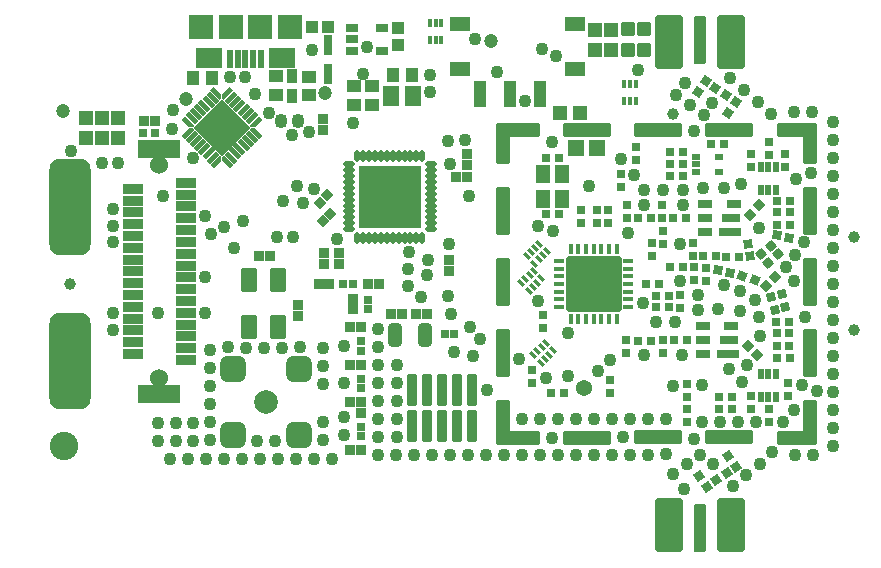
<source format=gts>
G04 Layer_Color=8388736*
%FSLAX25Y25*%
%MOIN*%
G70*
G01*
G75*
%ADD91C,0.03937*%
G04:AMPARAMS|DCode=130|XSize=16.54mil|YSize=44.09mil|CornerRadius=0mil|HoleSize=0mil|Usage=FLASHONLY|Rotation=225.000|XOffset=0mil|YOffset=0mil|HoleType=Round|Shape=Rectangle|*
%AMROTATEDRECTD130*
4,1,4,-0.00974,0.02144,0.02144,-0.00974,0.00974,-0.02144,-0.02144,0.00974,-0.00974,0.02144,0.0*
%
%ADD130ROTATEDRECTD130*%

G04:AMPARAMS|DCode=131|XSize=16.54mil|YSize=44.09mil|CornerRadius=0mil|HoleSize=0mil|Usage=FLASHONLY|Rotation=135.000|XOffset=0mil|YOffset=0mil|HoleType=Round|Shape=Rectangle|*
%AMROTATEDRECTD131*
4,1,4,0.02144,0.00974,-0.00974,-0.02144,-0.02144,-0.00974,0.00974,0.02144,0.02144,0.00974,0.0*
%
%ADD131ROTATEDRECTD131*%

%ADD132P,0.19042X4X180.0*%
%ADD133R,0.04737X0.05131*%
%ADD134R,0.14186X0.05918*%
%ADD135R,0.06706X0.03556*%
%ADD136R,0.02953X0.02953*%
%ADD137R,0.02953X0.02953*%
%ADD138R,0.03241X0.03241*%
%ADD139P,0.04176X4X350.0*%
%ADD140P,0.04176X4X385.0*%
%ADD141P,0.04176X4X215.0*%
%ADD142P,0.04176X4X180.0*%
%ADD143P,0.04176X4X320.0*%
%ADD144P,0.04176X4X273.0*%
%ADD145P,0.04176X4X85.0*%
%ADD146P,0.04176X4X190.0*%
%ADD147P,0.04176X4X100.0*%
%ADD148R,0.03162X0.02769*%
%ADD149P,0.04583X4X180.0*%
%ADD150R,0.04343X0.04737*%
%ADD151R,0.05328X0.06509*%
%ADD152R,0.04343X0.03950*%
%ADD153R,0.03950X0.04343*%
%ADD154R,0.08280X0.08280*%
%ADD155R,0.07887X0.08280*%
%ADD156R,0.09068X0.07099*%
%ADD157R,0.02375X0.06115*%
%ADD158R,0.03241X0.03241*%
G04:AMPARAMS|DCode=159|XSize=47.37mil|YSize=78.87mil|CornerRadius=13.84mil|HoleSize=0mil|Usage=FLASHONLY|Rotation=180.000|XOffset=0mil|YOffset=0mil|HoleType=Round|Shape=RoundedRectangle|*
%AMROUNDEDRECTD159*
21,1,0.04737,0.05118,0,0,180.0*
21,1,0.01969,0.07887,0,0,180.0*
1,1,0.02769,-0.00984,0.02559*
1,1,0.02769,0.00984,0.02559*
1,1,0.02769,0.00984,-0.02559*
1,1,0.02769,-0.00984,-0.02559*
%
%ADD159ROUNDEDRECTD159*%
G04:AMPARAMS|DCode=160|XSize=13.78mil|YSize=23.62mil|CornerRadius=0mil|HoleSize=0mil|Usage=FLASHONLY|Rotation=45.000|XOffset=0mil|YOffset=0mil|HoleType=Round|Shape=Rectangle|*
%AMROTATEDRECTD160*
4,1,4,0.00348,-0.01322,-0.01322,0.00348,-0.00348,0.01322,0.01322,-0.00348,0.00348,-0.01322,0.0*
%
%ADD160ROTATEDRECTD160*%

%ADD161R,0.04724X0.06299*%
%ADD162P,0.04176X4X150.0*%
%ADD163R,0.01969X0.03740*%
G04:AMPARAMS|DCode=164|XSize=47.24mil|YSize=29.53mil|CornerRadius=2.61mil|HoleSize=0mil|Usage=FLASHONLY|Rotation=180.000|XOffset=0mil|YOffset=0mil|HoleType=Round|Shape=RoundedRectangle|*
%AMROUNDEDRECTD164*
21,1,0.04724,0.02431,0,0,180.0*
21,1,0.04203,0.02953,0,0,180.0*
1,1,0.00522,-0.02101,0.01216*
1,1,0.00522,0.02101,0.01216*
1,1,0.00522,0.02101,-0.01216*
1,1,0.00522,-0.02101,-0.01216*
%
%ADD164ROUNDEDRECTD164*%
G04:AMPARAMS|DCode=165|XSize=62.99mil|YSize=29.53mil|CornerRadius=2.61mil|HoleSize=0mil|Usage=FLASHONLY|Rotation=180.000|XOffset=0mil|YOffset=0mil|HoleType=Round|Shape=RoundedRectangle|*
%AMROUNDEDRECTD165*
21,1,0.06299,0.02431,0,0,180.0*
21,1,0.05778,0.02953,0,0,180.0*
1,1,0.00522,-0.02889,0.01216*
1,1,0.00522,0.02889,0.01216*
1,1,0.00522,0.02889,-0.01216*
1,1,0.00522,-0.02889,-0.01216*
%
%ADD165ROUNDEDRECTD165*%
G04:AMPARAMS|DCode=166|XSize=70.87mil|YSize=29.53mil|CornerRadius=2.61mil|HoleSize=0mil|Usage=FLASHONLY|Rotation=180.000|XOffset=0mil|YOffset=0mil|HoleType=Round|Shape=RoundedRectangle|*
%AMROUNDEDRECTD166*
21,1,0.07087,0.02431,0,0,180.0*
21,1,0.06565,0.02953,0,0,180.0*
1,1,0.00522,-0.03283,0.01216*
1,1,0.00522,0.03283,0.01216*
1,1,0.00522,0.03283,-0.01216*
1,1,0.00522,-0.03283,-0.01216*
%
%ADD166ROUNDEDRECTD166*%
G04:AMPARAMS|DCode=167|XSize=39.37mil|YSize=161.42mil|CornerRadius=3.74mil|HoleSize=0mil|Usage=FLASHONLY|Rotation=180.000|XOffset=0mil|YOffset=0mil|HoleType=Round|Shape=RoundedRectangle|*
%AMROUNDEDRECTD167*
21,1,0.03937,0.15394,0,0,180.0*
21,1,0.03189,0.16142,0,0,180.0*
1,1,0.00748,-0.01595,0.07697*
1,1,0.00748,0.01595,0.07697*
1,1,0.00748,0.01595,-0.07697*
1,1,0.00748,-0.01595,-0.07697*
%
%ADD167ROUNDEDRECTD167*%
%ADD168P,0.04176X4X270.0*%
%ADD169R,0.05512X0.05512*%
G04:AMPARAMS|DCode=170|XSize=29.26mil|YSize=29.65mil|CornerRadius=9.32mil|HoleSize=0mil|Usage=FLASHONLY|Rotation=180.000|XOffset=0mil|YOffset=0mil|HoleType=Round|Shape=RoundedRectangle|*
%AMROUNDEDRECTD170*
21,1,0.02926,0.01102,0,0,180.0*
21,1,0.01063,0.02965,0,0,180.0*
1,1,0.01863,-0.00532,0.00551*
1,1,0.01863,0.00532,0.00551*
1,1,0.01863,0.00532,-0.00551*
1,1,0.01863,-0.00532,-0.00551*
%
%ADD170ROUNDEDRECTD170*%
G04:AMPARAMS|DCode=171|XSize=29.26mil|YSize=29.65mil|CornerRadius=9.32mil|HoleSize=0mil|Usage=FLASHONLY|Rotation=180.000|XOffset=0mil|YOffset=0mil|HoleType=Round|Shape=RoundedRectangle|*
%AMROUNDEDRECTD171*
21,1,0.02926,0.01102,0,0,180.0*
21,1,0.01063,0.02965,0,0,180.0*
1,1,0.01863,-0.00532,0.00551*
1,1,0.01863,0.00532,0.00551*
1,1,0.01863,0.00532,-0.00551*
1,1,0.01863,-0.00532,-0.00551*
%
%ADD171ROUNDEDRECTD171*%
G04:AMPARAMS|DCode=172|XSize=29.26mil|YSize=29.65mil|CornerRadius=9.32mil|HoleSize=0mil|Usage=FLASHONLY|Rotation=90.000|XOffset=0mil|YOffset=0mil|HoleType=Round|Shape=RoundedRectangle|*
%AMROUNDEDRECTD172*
21,1,0.02926,0.01102,0,0,90.0*
21,1,0.01063,0.02965,0,0,90.0*
1,1,0.01863,0.00551,0.00532*
1,1,0.01863,0.00551,-0.00532*
1,1,0.01863,-0.00551,-0.00532*
1,1,0.01863,-0.00551,0.00532*
%
%ADD172ROUNDEDRECTD172*%
G04:AMPARAMS|DCode=173|XSize=29.26mil|YSize=29.65mil|CornerRadius=9.32mil|HoleSize=0mil|Usage=FLASHONLY|Rotation=90.000|XOffset=0mil|YOffset=0mil|HoleType=Round|Shape=RoundedRectangle|*
%AMROUNDEDRECTD173*
21,1,0.02926,0.01102,0,0,90.0*
21,1,0.01063,0.02965,0,0,90.0*
1,1,0.01863,0.00551,0.00532*
1,1,0.01863,0.00551,-0.00532*
1,1,0.01863,-0.00551,-0.00532*
1,1,0.01863,-0.00551,0.00532*
%
%ADD173ROUNDEDRECTD173*%
G04:AMPARAMS|DCode=174|XSize=78.87mil|YSize=55.24mil|CornerRadius=6.36mil|HoleSize=0mil|Usage=FLASHONLY|Rotation=90.000|XOffset=0mil|YOffset=0mil|HoleType=Round|Shape=RoundedRectangle|*
%AMROUNDEDRECTD174*
21,1,0.07887,0.04252,0,0,90.0*
21,1,0.06614,0.05524,0,0,90.0*
1,1,0.01272,0.02126,0.03307*
1,1,0.01272,0.02126,-0.03307*
1,1,0.01272,-0.02126,-0.03307*
1,1,0.01272,-0.02126,0.03307*
%
%ADD174ROUNDEDRECTD174*%
G04:AMPARAMS|DCode=175|XSize=33.59mil|YSize=106.42mil|CornerRadius=5.28mil|HoleSize=0mil|Usage=FLASHONLY|Rotation=0.000|XOffset=0mil|YOffset=0mil|HoleType=Round|Shape=RoundedRectangle|*
%AMROUNDEDRECTD175*
21,1,0.03359,0.09587,0,0,0.0*
21,1,0.02303,0.10642,0,0,0.0*
1,1,0.01056,0.01152,-0.04793*
1,1,0.01056,-0.01152,-0.04793*
1,1,0.01056,-0.01152,0.04793*
1,1,0.01056,0.01152,0.04793*
%
%ADD175ROUNDEDRECTD175*%
%ADD176R,0.03556X0.04540*%
%ADD177R,0.04737X0.04343*%
%ADD178C,0.05394*%
G04:AMPARAMS|DCode=179|XSize=37.61mil|YSize=43.43mil|CornerRadius=11.4mil|HoleSize=0mil|Usage=FLASHONLY|Rotation=180.000|XOffset=0mil|YOffset=0mil|HoleType=Round|Shape=RoundedRectangle|*
%AMROUNDEDRECTD179*
21,1,0.03761,0.02063,0,0,180.0*
21,1,0.01480,0.04343,0,0,180.0*
1,1,0.02280,-0.00740,0.01032*
1,1,0.02280,0.00740,0.01032*
1,1,0.02280,0.00740,-0.01032*
1,1,0.02280,-0.00740,-0.01032*
%
%ADD179ROUNDEDRECTD179*%
G04:AMPARAMS|DCode=180|XSize=37.61mil|YSize=43.43mil|CornerRadius=11.4mil|HoleSize=0mil|Usage=FLASHONLY|Rotation=180.000|XOffset=0mil|YOffset=0mil|HoleType=Round|Shape=RoundedRectangle|*
%AMROUNDEDRECTD180*
21,1,0.03761,0.02063,0,0,180.0*
21,1,0.01480,0.04343,0,0,180.0*
1,1,0.02280,-0.00740,0.01032*
1,1,0.02280,0.00740,0.01032*
1,1,0.02280,0.00740,-0.01032*
1,1,0.02280,-0.00740,-0.01032*
%
%ADD180ROUNDEDRECTD180*%
G04:AMPARAMS|DCode=181|XSize=47.37mil|YSize=47.37mil|CornerRadius=9.91mil|HoleSize=0mil|Usage=FLASHONLY|Rotation=180.000|XOffset=0mil|YOffset=0mil|HoleType=Round|Shape=RoundedRectangle|*
%AMROUNDEDRECTD181*
21,1,0.04737,0.02756,0,0,180.0*
21,1,0.02756,0.04737,0,0,180.0*
1,1,0.01981,-0.01378,0.01378*
1,1,0.01981,0.01378,0.01378*
1,1,0.01981,0.01378,-0.01378*
1,1,0.01981,-0.01378,-0.01378*
%
%ADD181ROUNDEDRECTD181*%
%ADD182P,0.04176X4X260.0*%
%ADD183O,0.01784X0.03950*%
%ADD184O,0.03950X0.01784*%
%ADD185R,0.20879X0.21076*%
G04:AMPARAMS|DCode=186|XSize=47.37mil|YSize=148.55mil|CornerRadius=4.98mil|HoleSize=0mil|Usage=FLASHONLY|Rotation=270.000|XOffset=0mil|YOffset=0mil|HoleType=Round|Shape=RoundedRectangle|*
%AMROUNDEDRECTD186*
21,1,0.04737,0.13858,0,0,270.0*
21,1,0.03740,0.14855,0,0,270.0*
1,1,0.00997,-0.06929,-0.01870*
1,1,0.00997,-0.06929,0.01870*
1,1,0.00997,0.06929,0.01870*
1,1,0.00997,0.06929,-0.01870*
%
%ADD186ROUNDEDRECTD186*%
G04:AMPARAMS|DCode=187|XSize=47.37mil|YSize=148.55mil|CornerRadius=4.98mil|HoleSize=0mil|Usage=FLASHONLY|Rotation=180.000|XOffset=0mil|YOffset=0mil|HoleType=Round|Shape=RoundedRectangle|*
%AMROUNDEDRECTD187*
21,1,0.04737,0.13858,0,0,180.0*
21,1,0.03740,0.14855,0,0,180.0*
1,1,0.00997,-0.01870,0.06929*
1,1,0.00997,0.01870,0.06929*
1,1,0.00997,0.01870,-0.06929*
1,1,0.00997,-0.01870,-0.06929*
%
%ADD187ROUNDEDRECTD187*%
G04:AMPARAMS|DCode=188|XSize=47.37mil|YSize=135.56mil|CornerRadius=4.98mil|HoleSize=0mil|Usage=FLASHONLY|Rotation=180.000|XOffset=0mil|YOffset=0mil|HoleType=Round|Shape=RoundedRectangle|*
%AMROUNDEDRECTD188*
21,1,0.04737,0.12559,0,0,180.0*
21,1,0.03740,0.13556,0,0,180.0*
1,1,0.00997,-0.01870,0.06280*
1,1,0.00997,0.01870,0.06280*
1,1,0.00997,0.01870,-0.06280*
1,1,0.00997,-0.01870,-0.06280*
%
%ADD188ROUNDEDRECTD188*%
G04:AMPARAMS|DCode=189|XSize=47.37mil|YSize=135.56mil|CornerRadius=4.98mil|HoleSize=0mil|Usage=FLASHONLY|Rotation=90.000|XOffset=0mil|YOffset=0mil|HoleType=Round|Shape=RoundedRectangle|*
%AMROUNDEDRECTD189*
21,1,0.04737,0.12559,0,0,90.0*
21,1,0.03740,0.13556,0,0,90.0*
1,1,0.00997,0.06280,0.01870*
1,1,0.00997,0.06280,-0.01870*
1,1,0.00997,-0.06280,-0.01870*
1,1,0.00997,-0.06280,0.01870*
%
%ADD189ROUNDEDRECTD189*%
G04:AMPARAMS|DCode=190|XSize=47.37mil|YSize=157.61mil|CornerRadius=4.98mil|HoleSize=0mil|Usage=FLASHONLY|Rotation=90.000|XOffset=0mil|YOffset=0mil|HoleType=Round|Shape=RoundedRectangle|*
%AMROUNDEDRECTD190*
21,1,0.04737,0.14764,0,0,90.0*
21,1,0.03740,0.15761,0,0,90.0*
1,1,0.00997,0.07382,0.01870*
1,1,0.00997,0.07382,-0.01870*
1,1,0.00997,-0.07382,-0.01870*
1,1,0.00997,-0.07382,0.01870*
%
%ADD190ROUNDEDRECTD190*%
G04:AMPARAMS|DCode=191|XSize=47.37mil|YSize=157.61mil|CornerRadius=4.98mil|HoleSize=0mil|Usage=FLASHONLY|Rotation=0.000|XOffset=0mil|YOffset=0mil|HoleType=Round|Shape=RoundedRectangle|*
%AMROUNDEDRECTD191*
21,1,0.04737,0.14764,0,0,0.0*
21,1,0.03740,0.15761,0,0,0.0*
1,1,0.00997,0.01870,-0.07382*
1,1,0.00997,-0.01870,-0.07382*
1,1,0.00997,-0.01870,0.07382*
1,1,0.00997,0.01870,0.07382*
%
%ADD191ROUNDEDRECTD191*%
G04:AMPARAMS|DCode=192|XSize=86.74mil|YSize=86.74mil|CornerRadius=22.9mil|HoleSize=0mil|Usage=FLASHONLY|Rotation=180.000|XOffset=0mil|YOffset=0mil|HoleType=Round|Shape=RoundedRectangle|*
%AMROUNDEDRECTD192*
21,1,0.08674,0.04095,0,0,180.0*
21,1,0.04095,0.08674,0,0,180.0*
1,1,0.04580,-0.02047,0.02047*
1,1,0.04580,0.02047,0.02047*
1,1,0.04580,0.02047,-0.02047*
1,1,0.04580,-0.02047,-0.02047*
%
%ADD192ROUNDEDRECTD192*%
G04:AMPARAMS|DCode=193|XSize=86.74mil|YSize=86.74mil|CornerRadius=22.9mil|HoleSize=0mil|Usage=FLASHONLY|Rotation=90.000|XOffset=0mil|YOffset=0mil|HoleType=Round|Shape=RoundedRectangle|*
%AMROUNDEDRECTD193*
21,1,0.08674,0.04095,0,0,90.0*
21,1,0.04095,0.08674,0,0,90.0*
1,1,0.04580,0.02047,0.02047*
1,1,0.04580,0.02047,-0.02047*
1,1,0.04580,-0.02047,-0.02047*
1,1,0.04580,-0.02047,0.02047*
%
%ADD193ROUNDEDRECTD193*%
G04:AMPARAMS|DCode=194|XSize=86.74mil|YSize=86.74mil|CornerRadius=22.9mil|HoleSize=0mil|Usage=FLASHONLY|Rotation=90.000|XOffset=0mil|YOffset=0mil|HoleType=Round|Shape=RoundedRectangle|*
%AMROUNDEDRECTD194*
21,1,0.08674,0.04095,0,0,90.0*
21,1,0.04095,0.08674,0,0,90.0*
1,1,0.04580,0.02047,0.02047*
1,1,0.04580,0.02047,-0.02047*
1,1,0.04580,-0.02047,-0.02047*
1,1,0.04580,-0.02047,0.02047*
%
%ADD194ROUNDEDRECTD194*%
G04:AMPARAMS|DCode=195|XSize=86.74mil|YSize=86.74mil|CornerRadius=22.9mil|HoleSize=0mil|Usage=FLASHONLY|Rotation=90.000|XOffset=0mil|YOffset=0mil|HoleType=Round|Shape=RoundedRectangle|*
%AMROUNDEDRECTD195*
21,1,0.08674,0.04095,0,0,90.0*
21,1,0.04095,0.08674,0,0,90.0*
1,1,0.04580,0.02047,0.02047*
1,1,0.04580,0.02047,-0.02047*
1,1,0.04580,-0.02047,-0.02047*
1,1,0.04580,-0.02047,0.02047*
%
%ADD195ROUNDEDRECTD195*%
%ADD196C,0.07891*%
G04:AMPARAMS|DCode=197|XSize=185.04mil|YSize=185.04mil|CornerRadius=6.5mil|HoleSize=0mil|Usage=FLASHONLY|Rotation=270.000|XOffset=0mil|YOffset=0mil|HoleType=Round|Shape=RoundedRectangle|*
%AMROUNDEDRECTD197*
21,1,0.18504,0.17205,0,0,270.0*
21,1,0.17205,0.18504,0,0,270.0*
1,1,0.01299,-0.08602,-0.08602*
1,1,0.01299,-0.08602,0.08602*
1,1,0.01299,0.08602,0.08602*
1,1,0.01299,0.08602,-0.08602*
%
%ADD197ROUNDEDRECTD197*%
%ADD198O,0.01575X0.03543*%
%ADD199O,0.03543X0.01575*%
%ADD200R,0.02769X0.02375*%
%ADD201R,0.06902X0.05131*%
%ADD202R,0.03950X0.08674*%
%ADD203R,0.04147X0.03162*%
%ADD204R,0.01784X0.02769*%
%ADD205R,0.02769X0.06509*%
%ADD206R,0.05131X0.04737*%
%ADD207C,0.06000*%
G04:AMPARAMS|DCode=208|XSize=90.55mil|YSize=177.16mil|CornerRadius=6.3mil|HoleSize=0mil|Usage=FLASHONLY|Rotation=180.000|XOffset=0mil|YOffset=0mil|HoleType=Round|Shape=RoundedRectangle|*
%AMROUNDEDRECTD208*
21,1,0.09055,0.16457,0,0,180.0*
21,1,0.07795,0.17716,0,0,180.0*
1,1,0.01260,-0.03898,0.08228*
1,1,0.01260,0.03898,0.08228*
1,1,0.01260,0.03898,-0.08228*
1,1,0.01260,-0.03898,-0.08228*
%
%ADD208ROUNDEDRECTD208*%
G04:AMPARAMS|DCode=209|XSize=137.92mil|YSize=322.96mil|CornerRadius=36.48mil|HoleSize=0mil|Usage=FLASHONLY|Rotation=0.000|XOffset=0mil|YOffset=0mil|HoleType=Round|Shape=RoundedRectangle|*
%AMROUNDEDRECTD209*
21,1,0.13792,0.25000,0,0,0.0*
21,1,0.06496,0.32296,0,0,0.0*
1,1,0.07296,0.03248,-0.12500*
1,1,0.07296,-0.03248,-0.12500*
1,1,0.07296,-0.03248,0.12500*
1,1,0.07296,0.03248,0.12500*
%
%ADD209ROUNDEDRECTD209*%
%ADD210C,0.09494*%
%ADD211C,0.04740*%
%ADD212C,0.04300*%
G36*
X49414Y51917D02*
X49930Y51404D01*
X46812Y48286D01*
X45642Y49456D01*
X48106Y51919D01*
X49414Y51917D01*
D02*
G37*
G36*
X72758Y49456D02*
X71588Y48286D01*
X68470Y51404D01*
X68986Y51917D01*
X70294Y51919D01*
X72758Y49456D01*
D02*
G37*
G36*
X63014Y39712D02*
X61844Y38542D01*
X59382Y41006D01*
X59383Y42314D01*
X59896Y42830D01*
X63014Y39712D01*
D02*
G37*
G36*
X59017Y42314D02*
X59018Y41006D01*
X56556Y38542D01*
X55386Y39712D01*
X58504Y42830D01*
X59017Y42314D01*
D02*
G37*
G36*
X59018Y63194D02*
X59017Y61886D01*
X58504Y61370D01*
X55386Y64488D01*
X56556Y65658D01*
X59018Y63194D01*
D02*
G37*
G36*
X63014Y64488D02*
X59896Y61370D01*
X59383Y61886D01*
X59382Y63194D01*
X61844Y65658D01*
X63014Y64488D01*
D02*
G37*
G36*
X49930Y52796D02*
X49414Y52283D01*
X48106Y52281D01*
X45642Y54744D01*
X46812Y55914D01*
X49930Y52796D01*
D02*
G37*
G36*
X72758Y54744D02*
X70294Y52281D01*
X68986Y52283D01*
X68470Y52796D01*
X71588Y55914D01*
X72758Y54744D01*
D02*
G37*
D91*
X269800Y15500D02*
D03*
X270000Y-15500D02*
D03*
X209600Y56600D02*
D03*
X8500Y0D02*
D03*
D130*
X62262Y42078D02*
D03*
X63654Y43470D02*
D03*
X65046Y44862D02*
D03*
X66438Y46254D02*
D03*
X67830Y47646D02*
D03*
X69222Y49038D02*
D03*
X56138Y62122D02*
D03*
X54746Y60730D02*
D03*
X53354Y59338D02*
D03*
X51962Y57946D02*
D03*
X50570Y56554D02*
D03*
X49178Y55162D02*
D03*
D131*
X69222Y55162D02*
D03*
X67830Y56554D02*
D03*
X66438Y57946D02*
D03*
X65046Y59338D02*
D03*
X63654Y60730D02*
D03*
X62262Y62122D02*
D03*
X49178Y49038D02*
D03*
X50570Y47646D02*
D03*
X51962Y46254D02*
D03*
X53354Y44862D02*
D03*
X54746Y43470D02*
D03*
X56138Y42078D02*
D03*
D132*
X59200Y52100D02*
D03*
D133*
X13800Y48554D02*
D03*
Y55246D02*
D03*
X183500Y84546D02*
D03*
Y77854D02*
D03*
X189000Y84546D02*
D03*
Y77854D02*
D03*
X19200Y55246D02*
D03*
Y48554D02*
D03*
X24700Y55246D02*
D03*
Y48554D02*
D03*
D134*
X38275Y45103D02*
D03*
Y-36787D02*
D03*
D135*
X47133Y-25369D02*
D03*
Y-21432D02*
D03*
Y-17495D02*
D03*
Y-13558D02*
D03*
Y-9621D02*
D03*
Y-5684D02*
D03*
Y-1747D02*
D03*
Y33686D02*
D03*
Y29749D02*
D03*
Y25812D02*
D03*
Y21875D02*
D03*
Y17938D02*
D03*
Y14001D02*
D03*
Y10064D02*
D03*
Y6127D02*
D03*
Y2190D02*
D03*
X29417Y31717D02*
D03*
Y27780D02*
D03*
Y23843D02*
D03*
Y19906D02*
D03*
Y15969D02*
D03*
Y12032D02*
D03*
Y8095D02*
D03*
Y-23401D02*
D03*
Y-19464D02*
D03*
Y-15527D02*
D03*
Y-11590D02*
D03*
Y-7653D02*
D03*
Y-3716D02*
D03*
Y221D02*
D03*
Y4158D02*
D03*
D136*
X227235Y9100D02*
D03*
X231565Y9100D02*
D03*
X223865Y9200D02*
D03*
X219535D02*
D03*
X213865Y22000D02*
D03*
X209535D02*
D03*
X212765Y5500D02*
D03*
X208435D02*
D03*
X225035Y-37600D02*
D03*
X229365D02*
D03*
X229265Y-41600D02*
D03*
X224935D02*
D03*
X173265Y-36500D02*
D03*
X168935D02*
D03*
X222135Y46500D02*
D03*
X226465D02*
D03*
X212865Y39800D02*
D03*
X208535D02*
D03*
Y35800D02*
D03*
X212865D02*
D03*
Y43800D02*
D03*
X208535D02*
D03*
X171560Y42023D02*
D03*
X167229D02*
D03*
X167239Y23132D02*
D03*
X171570D02*
D03*
X197835Y22000D02*
D03*
X202165D02*
D03*
X197835Y-18965D02*
D03*
X202165Y-18965D02*
D03*
X208265Y-7800D02*
D03*
X203935D02*
D03*
X208265Y-4100D02*
D03*
X203935D02*
D03*
X248565Y27500D02*
D03*
X244235Y27500D02*
D03*
X214165Y-18800D02*
D03*
X209835Y-18800D02*
D03*
X204765Y0D02*
D03*
X200435D02*
D03*
X248326Y-12606D02*
D03*
X243995D02*
D03*
X248565Y-24600D02*
D03*
X244235Y-24600D02*
D03*
D137*
X212000Y-7965D02*
D03*
Y-3635D02*
D03*
X205900Y26331D02*
D03*
Y22000D02*
D03*
X188700Y-36265D02*
D03*
Y-31935D02*
D03*
X241400Y-45965D02*
D03*
X241400Y-41635D02*
D03*
X241400Y47265D02*
D03*
X241400Y42935D02*
D03*
X188064Y24470D02*
D03*
Y20140D02*
D03*
X178834Y24465D02*
D03*
Y20135D02*
D03*
X166299Y-14627D02*
D03*
Y-10296D02*
D03*
X247000Y39035D02*
D03*
Y43365D02*
D03*
X235500Y-37435D02*
D03*
Y-41765D02*
D03*
X216600Y5565D02*
D03*
Y1235D02*
D03*
X194200Y26365D02*
D03*
Y22035D02*
D03*
X194000Y-23131D02*
D03*
Y-18800D02*
D03*
X244300Y19735D02*
D03*
Y24065D02*
D03*
X248500Y24065D02*
D03*
X248500Y19735D02*
D03*
X206300Y17665D02*
D03*
Y13335D02*
D03*
X202600Y13565D02*
D03*
Y9235D02*
D03*
X216200Y13565D02*
D03*
X216200Y9235D02*
D03*
X206200Y-23131D02*
D03*
X206200Y-18800D02*
D03*
X220600Y935D02*
D03*
Y5265D02*
D03*
X244300Y-16435D02*
D03*
X244300Y-20765D02*
D03*
X247900Y-33135D02*
D03*
Y-37465D02*
D03*
X184300Y24465D02*
D03*
Y20135D02*
D03*
X235700Y43365D02*
D03*
Y39035D02*
D03*
X214300Y-33335D02*
D03*
Y-37665D02*
D03*
Y-41635D02*
D03*
Y-45965D02*
D03*
X192100Y36465D02*
D03*
Y32135D02*
D03*
X197100Y45565D02*
D03*
Y41235D02*
D03*
X162400Y-33065D02*
D03*
Y-28735D02*
D03*
X248300Y-20765D02*
D03*
X248300Y-16435D02*
D03*
D138*
X134800Y4428D02*
D03*
Y7972D02*
D03*
X93190Y6634D02*
D03*
Y10177D02*
D03*
X98084Y6630D02*
D03*
Y10174D02*
D03*
X102845Y-8444D02*
D03*
Y-4901D02*
D03*
X105452Y-42946D02*
D03*
Y-39403D02*
D03*
X84500Y-10672D02*
D03*
Y-7128D02*
D03*
X93000Y51428D02*
D03*
Y54972D02*
D03*
X141000Y39728D02*
D03*
Y43272D02*
D03*
D139*
X227958Y-57326D02*
D03*
X230442Y-60874D02*
D03*
X218258Y-64126D02*
D03*
X220742Y-67674D02*
D03*
D140*
X232665Y2641D02*
D03*
X236735Y1159D02*
D03*
D141*
X228687Y3774D02*
D03*
X224422Y4526D02*
D03*
X248332Y15424D02*
D03*
X244068Y16176D02*
D03*
D142*
X237531Y-23731D02*
D03*
X234469Y-20669D02*
D03*
D143*
X234711Y13457D02*
D03*
X235089Y9143D02*
D03*
D144*
X238249Y26309D02*
D03*
X235351Y23091D02*
D03*
D145*
X238941Y9808D02*
D03*
X242259Y12592D02*
D03*
X244659Y9892D02*
D03*
X241341Y7108D02*
D03*
D146*
X227174Y62858D02*
D03*
X223626Y65342D02*
D03*
D147*
X227958Y56926D02*
D03*
X230442Y60474D02*
D03*
X218043Y64096D02*
D03*
X220528Y67644D02*
D03*
D148*
X33031Y50200D02*
D03*
X36968D02*
D03*
D149*
X91747Y27047D02*
D03*
X94253Y29553D02*
D03*
X92847Y20947D02*
D03*
X95353Y23453D02*
D03*
D150*
X116350Y69500D02*
D03*
X122650D02*
D03*
X55950Y68700D02*
D03*
X49650D02*
D03*
D151*
X122743Y62500D02*
D03*
X115657D02*
D03*
D152*
X118000Y79744D02*
D03*
Y85256D02*
D03*
D153*
X89144Y85600D02*
D03*
X94656D02*
D03*
D154*
X62315Y85500D02*
D03*
X71764D02*
D03*
D155*
X52079D02*
D03*
X82000D02*
D03*
D156*
X79244Y75461D02*
D03*
X54835D02*
D03*
D157*
X67039Y74968D02*
D03*
X64480D02*
D03*
X69598D02*
D03*
X72158D02*
D03*
X61921D02*
D03*
D158*
X123928Y-10100D02*
D03*
X127472D02*
D03*
X119254Y-10058D02*
D03*
X115710D02*
D03*
X101914Y-26928D02*
D03*
X105457D02*
D03*
X91504Y-1D02*
D03*
X95047D02*
D03*
X111412Y46D02*
D03*
X107868D02*
D03*
X101909Y-55475D02*
D03*
X105452D02*
D03*
X71628Y9400D02*
D03*
X75172Y9400D02*
D03*
X101911Y-14390D02*
D03*
X105454D02*
D03*
X140772Y35500D02*
D03*
X137228D02*
D03*
X33228Y54200D02*
D03*
X36772D02*
D03*
X105472Y-39400D02*
D03*
X101928D02*
D03*
D159*
X116961Y-17158D02*
D03*
X126803D02*
D03*
D160*
X165035Y13441D02*
D03*
X163643Y12049D02*
D03*
X162251Y10657D02*
D03*
X160859Y9265D02*
D03*
X163365Y6759D02*
D03*
X164757Y8151D02*
D03*
X166149Y9543D02*
D03*
X167541Y10935D02*
D03*
X167135Y-19659D02*
D03*
X165743Y-21051D02*
D03*
X164351Y-22443D02*
D03*
X162959Y-23835D02*
D03*
X165465Y-26341D02*
D03*
X166857Y-24949D02*
D03*
X168249Y-23557D02*
D03*
X169641Y-22165D02*
D03*
X163135Y4341D02*
D03*
X161743Y2949D02*
D03*
X160351Y1557D02*
D03*
X158959Y165D02*
D03*
X161465Y-2341D02*
D03*
X162857Y-949D02*
D03*
X164249Y443D02*
D03*
X165641Y1835D02*
D03*
D161*
X166245Y28420D02*
D03*
X172544D02*
D03*
X166245Y36688D02*
D03*
X172544D02*
D03*
D162*
X246960Y-7692D02*
D03*
X245840Y-3508D02*
D03*
X242300Y-4500D02*
D03*
X243421Y-8683D02*
D03*
D163*
X243926Y-37604D02*
D03*
X241367Y-37604D02*
D03*
X238808Y-37604D02*
D03*
X238808Y-30123D02*
D03*
X241367Y-30123D02*
D03*
X243926Y-30123D02*
D03*
X238808Y38940D02*
D03*
X241367Y38940D02*
D03*
X243926D02*
D03*
X243926Y31460D02*
D03*
X241367Y31460D02*
D03*
X238808Y31460D02*
D03*
D164*
X220376Y26724D02*
D03*
Y22000D02*
D03*
X220376Y17276D02*
D03*
X229824Y26724D02*
D03*
X219576Y-14076D02*
D03*
X219576Y-18800D02*
D03*
Y-23524D02*
D03*
X229024Y-14076D02*
D03*
D165*
X229037Y22000D02*
D03*
X228237Y-18800D02*
D03*
D166*
X228643Y17276D02*
D03*
X227843Y-23524D02*
D03*
D167*
X218600Y81300D02*
D03*
Y-81300D02*
D03*
D168*
X243631Y2231D02*
D03*
X240569Y-831D02*
D03*
D169*
X184243Y45300D02*
D03*
X177157D02*
D03*
D170*
X105455Y-19100D02*
D03*
X105455Y-31575D02*
D03*
X107869Y-5294D02*
D03*
X105452Y-47600D02*
D03*
D171*
X105455Y-22250D02*
D03*
X105455Y-34724D02*
D03*
X107869Y-8443D02*
D03*
X105452Y-50749D02*
D03*
D172*
X102843Y-133D02*
D03*
X133525Y-16800D02*
D03*
D173*
X99694Y-133D02*
D03*
X136675Y-16800D02*
D03*
D174*
X77737Y1286D02*
D03*
Y-14462D02*
D03*
X68288Y1286D02*
D03*
Y-14462D02*
D03*
D175*
X122600Y-47205D02*
D03*
X127600D02*
D03*
X132600D02*
D03*
X137600D02*
D03*
X142600D02*
D03*
Y-35394D02*
D03*
X137600D02*
D03*
X132600D02*
D03*
X127600D02*
D03*
X122600D02*
D03*
D176*
X82696Y62673D02*
D03*
Y69169D02*
D03*
D177*
X77266Y69140D02*
D03*
Y62841D02*
D03*
X88158Y62831D02*
D03*
Y69130D02*
D03*
X109200Y65799D02*
D03*
Y59500D02*
D03*
X103100Y65799D02*
D03*
Y59500D02*
D03*
D178*
X180000Y-34800D02*
D03*
D179*
X84444Y54328D02*
D03*
D180*
X78932D02*
D03*
D181*
X194400Y84806D02*
D03*
Y77900D02*
D03*
X199800Y84806D02*
D03*
Y77900D02*
D03*
D182*
X227465Y-63034D02*
D03*
X223917Y-65518D02*
D03*
D183*
X104331Y15390D02*
D03*
X106299D02*
D03*
X108268D02*
D03*
X110237D02*
D03*
X112205D02*
D03*
X114174D02*
D03*
X116142D02*
D03*
X118111D02*
D03*
X120079D02*
D03*
X122048D02*
D03*
X124016D02*
D03*
X125985D02*
D03*
Y42752D02*
D03*
X124016D02*
D03*
X122048D02*
D03*
X120079D02*
D03*
X118111D02*
D03*
X116142D02*
D03*
X114174D02*
D03*
X112205D02*
D03*
X110237D02*
D03*
X108268D02*
D03*
X106299D02*
D03*
X104331D02*
D03*
D184*
X128839Y18244D02*
D03*
Y20212D02*
D03*
Y22181D02*
D03*
Y24149D02*
D03*
Y26118D02*
D03*
Y28087D02*
D03*
Y30055D02*
D03*
Y32024D02*
D03*
Y33992D02*
D03*
Y35961D02*
D03*
Y37929D02*
D03*
Y39898D02*
D03*
X101477D02*
D03*
Y37929D02*
D03*
Y35961D02*
D03*
Y33992D02*
D03*
Y32024D02*
D03*
Y30055D02*
D03*
Y28087D02*
D03*
Y26118D02*
D03*
Y24149D02*
D03*
Y22181D02*
D03*
Y20212D02*
D03*
Y18244D02*
D03*
D185*
X115158Y29071D02*
D03*
D186*
X157903Y-51220D02*
D03*
X157869Y51212D02*
D03*
D187*
X152809Y-46145D02*
D03*
X255207Y-46137D02*
D03*
D188*
X255196Y46791D02*
D03*
X152789Y46791D02*
D03*
D189*
X250782Y51199D02*
D03*
X250788Y-51210D02*
D03*
D190*
X181023Y-51218D02*
D03*
X204653Y-51196D02*
D03*
X228268D02*
D03*
X228275Y51207D02*
D03*
X204661D02*
D03*
X181031Y51185D02*
D03*
D191*
X152791Y-23010D02*
D03*
X152800Y617D02*
D03*
X255194Y670D02*
D03*
X255175Y24348D02*
D03*
X255186Y-22957D02*
D03*
X152780Y24295D02*
D03*
D192*
X62876Y-28276D02*
D03*
D193*
Y-50324D02*
D03*
D194*
X84924Y-28276D02*
D03*
D195*
Y-50324D02*
D03*
D196*
X73900Y-39300D02*
D03*
D197*
X183100Y0D02*
D03*
D198*
X190777Y11614D02*
D03*
X188218D02*
D03*
X185659D02*
D03*
X183100D02*
D03*
X180541D02*
D03*
X177982D02*
D03*
X175423D02*
D03*
Y-11614D02*
D03*
X177982D02*
D03*
X180541D02*
D03*
X183100D02*
D03*
X185659D02*
D03*
X188218D02*
D03*
X190777D02*
D03*
D199*
X171486Y7677D02*
D03*
Y5118D02*
D03*
Y2559D02*
D03*
Y0D02*
D03*
Y-2559D02*
D03*
Y-5118D02*
D03*
Y-7677D02*
D03*
X194714D02*
D03*
Y-5118D02*
D03*
Y-2559D02*
D03*
Y0D02*
D03*
Y2559D02*
D03*
Y5118D02*
D03*
Y7677D02*
D03*
D200*
X224746Y37282D02*
D03*
Y42400D02*
D03*
X217265Y37282D02*
D03*
Y39841D02*
D03*
Y42400D02*
D03*
D201*
X138507Y71500D02*
D03*
X176893D02*
D03*
Y86500D02*
D03*
X138507D02*
D03*
D202*
X155180Y63252D02*
D03*
X165180D02*
D03*
X145180D02*
D03*
D203*
X112520Y85240D02*
D03*
Y77760D02*
D03*
X102480D02*
D03*
Y81500D02*
D03*
Y85240D02*
D03*
D204*
X197268Y61046D02*
D03*
X195300D02*
D03*
X193332D02*
D03*
Y66754D02*
D03*
X195300D02*
D03*
X197268D02*
D03*
X128431Y86954D02*
D03*
X130400D02*
D03*
X132369D02*
D03*
Y81246D02*
D03*
X130400D02*
D03*
X128431D02*
D03*
D205*
X94600Y79623D02*
D03*
Y69977D02*
D03*
D206*
X178546Y57100D02*
D03*
X171854D02*
D03*
D207*
X38275Y39788D02*
D03*
Y-31472D02*
D03*
D208*
X228836Y80513D02*
D03*
X208364D02*
D03*
Y-80513D02*
D03*
X228836D02*
D03*
D209*
X8700Y-25591D02*
D03*
Y25591D02*
D03*
D210*
X6400Y-54100D02*
D03*
D211*
X47200Y61500D02*
D03*
X6300Y57700D02*
D03*
X149000Y81100D02*
D03*
X93700Y63500D02*
D03*
D212*
X62000Y69000D02*
D03*
X70200Y63300D02*
D03*
X82400Y49600D02*
D03*
X67000Y69000D02*
D03*
X39500Y29400D02*
D03*
X49500Y41800D02*
D03*
X74900Y56900D02*
D03*
X106200Y69900D02*
D03*
X160300Y60900D02*
D03*
X151000Y70700D02*
D03*
X197800Y71300D02*
D03*
X170500Y75800D02*
D03*
X8800Y44300D02*
D03*
X143700Y81700D02*
D03*
X107400Y79100D02*
D03*
X89200Y78000D02*
D03*
X128600Y64000D02*
D03*
X212000Y900D02*
D03*
X204000Y-12800D02*
D03*
X192200Y41700D02*
D03*
X164500Y-5700D02*
D03*
X24700Y40300D02*
D03*
X86300Y27100D02*
D03*
X88200Y50500D02*
D03*
X135300Y40000D02*
D03*
X134400Y47600D02*
D03*
X127900Y8100D02*
D03*
X127600Y3000D02*
D03*
X134800Y13200D02*
D03*
X141400Y29400D02*
D03*
X152780Y24295D02*
D03*
X121500Y10500D02*
D03*
X134400Y-4000D02*
D03*
X135700Y-10200D02*
D03*
X141800Y-14400D02*
D03*
X164700Y19200D02*
D03*
X121200Y4900D02*
D03*
Y-800D02*
D03*
X125700Y-4500D02*
D03*
X188700Y-25400D02*
D03*
X23000Y14000D02*
D03*
Y-9700D02*
D03*
X252600Y-33800D02*
D03*
X250671Y35000D02*
D03*
X232600Y-32600D02*
D03*
X83050Y15700D02*
D03*
X79600Y27700D02*
D03*
X142800Y-24100D02*
D03*
X136600Y-22800D02*
D03*
X147500Y-35293D02*
D03*
X211900Y13400D02*
D03*
X145200Y-18300D02*
D03*
X152800Y617D02*
D03*
X152800Y51200D02*
D03*
X169300Y47300D02*
D03*
X174630Y-30550D02*
D03*
X97700Y14800D02*
D03*
X181031Y51185D02*
D03*
X204661Y51207D02*
D03*
X228275D02*
D03*
X255200Y51100D02*
D03*
X255175Y24348D02*
D03*
X255194Y670D02*
D03*
X255186Y-22957D02*
D03*
X254900Y-51000D02*
D03*
X228268Y-51196D02*
D03*
X204653D02*
D03*
X153000Y-51000D02*
D03*
X181023Y-51218D02*
D03*
X152791Y-23010D02*
D03*
X42900Y57900D02*
D03*
X63200Y11900D02*
D03*
X59900Y18800D02*
D03*
X53400Y22700D02*
D03*
X23000Y-15400D02*
D03*
X37900Y-9700D02*
D03*
X53400Y2200D02*
D03*
X19200Y40300D02*
D03*
X103000Y53500D02*
D03*
X184700Y-29200D02*
D03*
X181500Y32500D02*
D03*
X66200Y20900D02*
D03*
X55477Y16505D02*
D03*
X232334Y33234D02*
D03*
X196500Y36400D02*
D03*
X219300Y-33800D02*
D03*
X53400Y-9600D02*
D03*
X23000Y25000D02*
D03*
Y19300D02*
D03*
X213200Y-68400D02*
D03*
X194700Y17000D02*
D03*
X167100Y-31300D02*
D03*
X210100Y-12600D02*
D03*
X158100Y-25000D02*
D03*
X42400Y51700D02*
D03*
X199600Y-6500D02*
D03*
X121654Y22575D02*
D03*
Y26905D02*
D03*
Y31236D02*
D03*
Y35567D02*
D03*
X117323D02*
D03*
Y31236D02*
D03*
Y26905D02*
D03*
Y22575D02*
D03*
X112993D02*
D03*
Y26905D02*
D03*
Y31236D02*
D03*
Y35567D02*
D03*
X108662D02*
D03*
Y31236D02*
D03*
Y26905D02*
D03*
Y22575D02*
D03*
X169400Y17500D02*
D03*
X238300Y18700D02*
D03*
X247200Y5500D02*
D03*
X226500Y32100D02*
D03*
X219500D02*
D03*
X213000Y26300D02*
D03*
X200000Y26400D02*
D03*
X213000Y31400D02*
D03*
X206100D02*
D03*
X200000D02*
D03*
X226400Y-400D02*
D03*
X231900Y-2400D02*
D03*
X236800Y-5500D02*
D03*
X238300Y-11000D02*
D03*
X238600Y-17400D02*
D03*
X232000Y-8900D02*
D03*
X224400Y-8400D02*
D03*
X217900Y-8600D02*
D03*
X217800Y-3600D02*
D03*
X250200Y9700D02*
D03*
X253200Y13900D02*
D03*
X249800Y900D02*
D03*
X253600Y-11000D02*
D03*
X234300Y-27200D02*
D03*
X228300Y-28500D02*
D03*
X200000Y-23700D02*
D03*
X212400D02*
D03*
X249900Y-42000D02*
D03*
X246200Y-46000D02*
D03*
X222900Y-60200D02*
D03*
X214200D02*
D03*
X209700Y-63500D02*
D03*
X218700Y-57100D02*
D03*
X219100Y-46100D02*
D03*
X225100Y-46000D02*
D03*
X231100D02*
D03*
X237100Y-46200D02*
D03*
X174600Y-16300D02*
D03*
X222600Y60400D02*
D03*
X219800Y56200D02*
D03*
X215100Y59500D02*
D03*
X233900Y-63800D02*
D03*
X229400Y-67300D02*
D03*
X41900Y-58400D02*
D03*
X47900D02*
D03*
X53900D02*
D03*
X59900D02*
D03*
X65900D02*
D03*
X71900D02*
D03*
X77900D02*
D03*
X83900D02*
D03*
X89900D02*
D03*
X95900D02*
D03*
X111300Y-56900D02*
D03*
X117300D02*
D03*
X123300D02*
D03*
X129300D02*
D03*
X135300D02*
D03*
X141300D02*
D03*
X147300D02*
D03*
X153300D02*
D03*
X159300D02*
D03*
X165300D02*
D03*
X111200Y-14900D02*
D03*
Y-20900D02*
D03*
Y-26900D02*
D03*
Y-32900D02*
D03*
Y-38900D02*
D03*
Y-44900D02*
D03*
Y-50900D02*
D03*
X117400Y-51000D02*
D03*
Y-45000D02*
D03*
Y-39000D02*
D03*
Y-33000D02*
D03*
Y-27000D02*
D03*
X92800Y-52000D02*
D03*
Y-46000D02*
D03*
Y-27400D02*
D03*
Y-21400D02*
D03*
X55100Y-21900D02*
D03*
Y-27900D02*
D03*
Y-33900D02*
D03*
Y-39900D02*
D03*
Y-45900D02*
D03*
Y-51900D02*
D03*
X99800Y-44500D02*
D03*
Y-50500D02*
D03*
X85100Y-21100D02*
D03*
X79100Y-21400D02*
D03*
X73100D02*
D03*
X61100Y-21100D02*
D03*
X67100Y-21400D02*
D03*
X92800Y-33400D02*
D03*
X49500Y-52300D02*
D03*
Y-46300D02*
D03*
X43900Y-52300D02*
D03*
Y-46300D02*
D03*
X99800Y-33200D02*
D03*
Y-20600D02*
D03*
X207300Y-56800D02*
D03*
X201300Y-56900D02*
D03*
X195300D02*
D03*
X189300D02*
D03*
X183300D02*
D03*
X177300D02*
D03*
X171300D02*
D03*
X213400Y67100D02*
D03*
X210400Y62800D02*
D03*
X238700Y-59900D02*
D03*
X242600Y-56100D02*
D03*
X228667Y68519D02*
D03*
X233226Y64550D02*
D03*
X242128Y56676D02*
D03*
X237900Y60500D02*
D03*
X262800Y-54000D02*
D03*
Y-48000D02*
D03*
Y-42000D02*
D03*
Y-36000D02*
D03*
Y-30000D02*
D03*
Y-24000D02*
D03*
Y-18000D02*
D03*
Y-12000D02*
D03*
Y-6000D02*
D03*
Y0D02*
D03*
Y6000D02*
D03*
Y12000D02*
D03*
Y18000D02*
D03*
Y24000D02*
D03*
Y30000D02*
D03*
Y36000D02*
D03*
Y42000D02*
D03*
Y48000D02*
D03*
Y54000D02*
D03*
X250300Y-57200D02*
D03*
X256300D02*
D03*
X249800Y57200D02*
D03*
X255800D02*
D03*
X159300Y-45000D02*
D03*
X165300D02*
D03*
X171300D02*
D03*
X177300D02*
D03*
X183300D02*
D03*
X189300D02*
D03*
X195300D02*
D03*
X201300D02*
D03*
X207300D02*
D03*
X169100Y-51300D02*
D03*
X192800Y-51200D02*
D03*
X216500Y-51600D02*
D03*
X216400Y51000D02*
D03*
X209200Y51200D02*
D03*
X223100D02*
D03*
X233400D02*
D03*
X246600Y51300D02*
D03*
X250782Y51199D02*
D03*
X199900Y51300D02*
D03*
X247500Y-51200D02*
D03*
X233000D02*
D03*
X223500D02*
D03*
X209300D02*
D03*
X200100D02*
D03*
X185800D02*
D03*
X176300Y-51300D02*
D03*
X162800Y-51200D02*
D03*
X157903Y-51220D02*
D03*
X185700Y51200D02*
D03*
X152900Y-45100D02*
D03*
X255207Y-46137D02*
D03*
X176400Y51200D02*
D03*
X255200Y19900D02*
D03*
Y29100D02*
D03*
X255196Y46791D02*
D03*
X255200Y42600D02*
D03*
Y5400D02*
D03*
Y-4100D02*
D03*
Y-18200D02*
D03*
Y-27500D02*
D03*
Y-41600D02*
D03*
X257700Y-35700D02*
D03*
X77000Y-52500D02*
D03*
X71000D02*
D03*
X38000Y-46500D02*
D03*
Y-52500D02*
D03*
X209500Y-34000D02*
D03*
X128700Y69700D02*
D03*
X255600Y36800D02*
D03*
X176013Y-2362D02*
D03*
X180738Y-7087D02*
D03*
X190187Y7087D02*
D03*
X180738D02*
D03*
X185462D02*
D03*
X180738Y-2362D02*
D03*
X176013Y-7087D02*
D03*
Y2362D02*
D03*
Y7087D02*
D03*
X190187Y2362D02*
D03*
X185462D02*
D03*
X180738D02*
D03*
X185462Y-2362D02*
D03*
X190187D02*
D03*
Y-7087D02*
D03*
X185462D02*
D03*
X77700Y15500D02*
D03*
X84100Y32700D02*
D03*
X89800Y31600D02*
D03*
X140200Y47800D02*
D03*
X166000Y78300D02*
D03*
M02*

</source>
